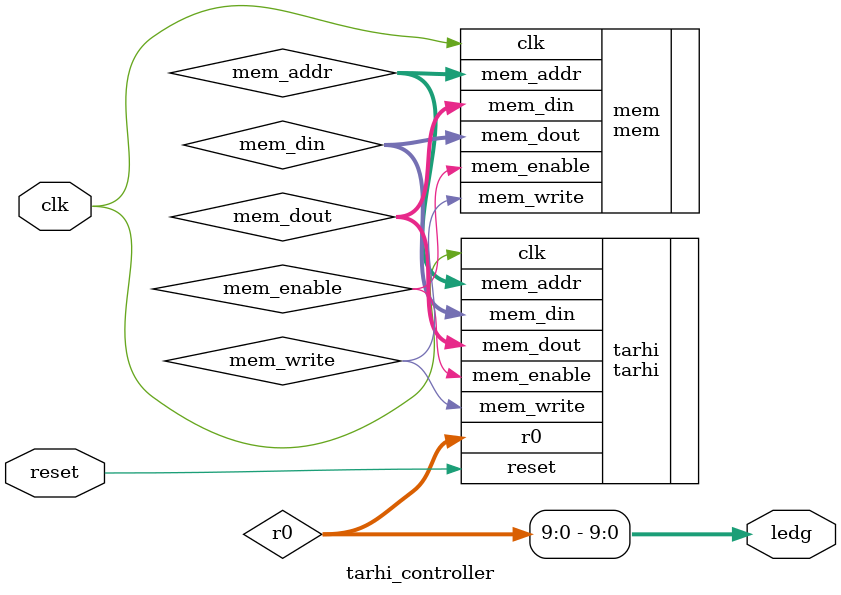
<source format=v>
`timescale 1ns / 1ps
module tarhi_controller(clk,reset,ledg);
   input clk;
   input reset;
   output [9:0] ledg;
   
   wire mem_enable;
   wire mem_write;
   wire [31:0] mem_din;
   wire [31:0] mem_dout;
   wire [23:0] mem_addr;
   wire [31:0] r0;
   
   assign ledg = r0[9:0];
   
   mem mem(
      .clk(clk),
      .mem_enable(mem_enable),
      .mem_write(mem_write),
      .mem_addr(mem_addr),
      .mem_din(mem_dout),
      .mem_dout(mem_din)
   );
   
   tarhi tarhi(
      .clk(clk),
      .reset(reset),
      .mem_enable(mem_enable),
      .mem_write(mem_write),
      .mem_addr(mem_addr),      
      .mem_din(mem_din),
      .mem_dout(mem_dout),
      .r0(r0)
   );

endmodule

</source>
